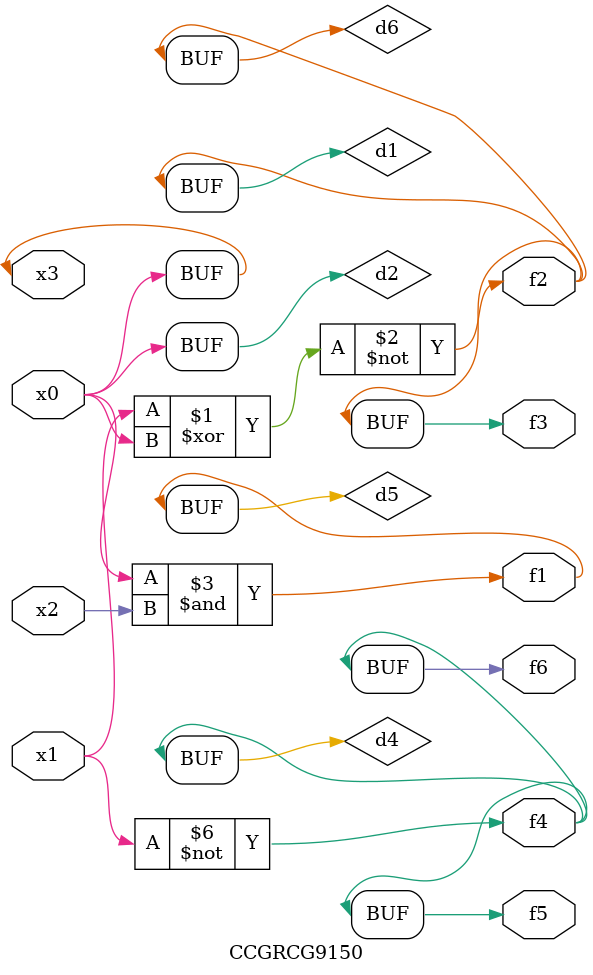
<source format=v>
module CCGRCG9150(
	input x0, x1, x2, x3,
	output f1, f2, f3, f4, f5, f6
);

	wire d1, d2, d3, d4, d5, d6;

	xnor (d1, x1, x3);
	buf (d2, x0, x3);
	nand (d3, x0, x2);
	not (d4, x1);
	nand (d5, d3);
	or (d6, d1);
	assign f1 = d5;
	assign f2 = d6;
	assign f3 = d6;
	assign f4 = d4;
	assign f5 = d4;
	assign f6 = d4;
endmodule

</source>
